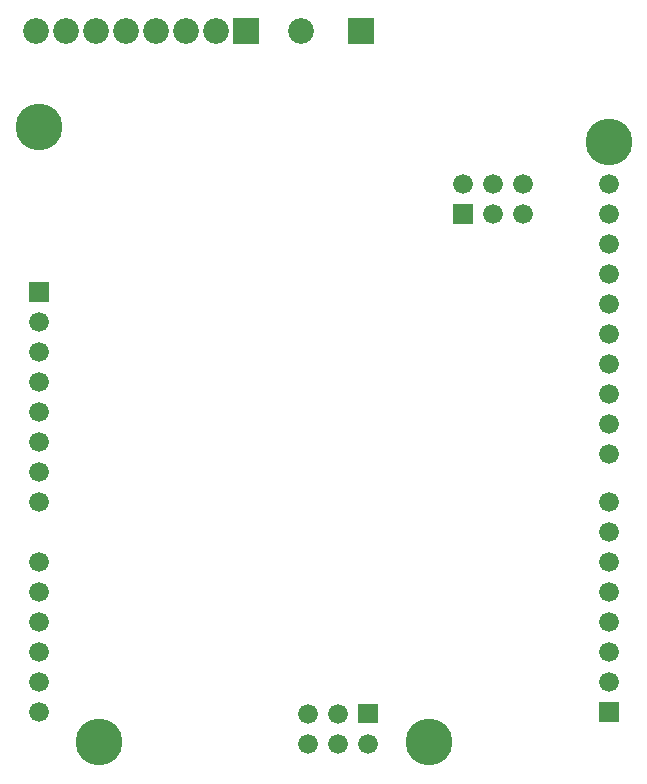
<source format=gbr>
G04 start of page 7 for group -4062 idx -4062 *
G04 Title: (unknown), soldermask *
G04 Creator: pcb 20140316 *
G04 CreationDate: Thu 11 Jun 2015 05:52:48 PM GMT UTC *
G04 For: ndholmes *
G04 Format: Gerber/RS-274X *
G04 PCB-Dimensions (mil): 2100.00 2700.00 *
G04 PCB-Coordinate-Origin: lower left *
%MOIN*%
%FSLAX25Y25*%
%LNBOTTOMMASK*%
%ADD61C,0.0860*%
%ADD60C,0.1560*%
%ADD59C,0.0660*%
%ADD58C,0.0001*%
G54D58*G36*
X196700Y23300D02*Y16700D01*
X203300D01*
Y23300D01*
X196700D01*
G37*
G54D59*X200000Y30000D03*
Y40000D03*
Y50000D03*
Y60000D03*
Y70000D03*
G54D60*X140000Y10000D03*
G54D59*X119803Y9449D03*
X109803D03*
X99803D03*
G54D58*G36*
X116503Y22749D02*Y16149D01*
X123103D01*
Y22749D01*
X116503D01*
G37*
G54D59*X109803Y19449D03*
X99803D03*
X10000Y130000D03*
Y120000D03*
Y110000D03*
Y100000D03*
Y90000D03*
Y70000D03*
Y60000D03*
Y50000D03*
Y40000D03*
Y30000D03*
Y20000D03*
G54D60*X30000Y10000D03*
G54D59*X200000Y80000D03*
Y90000D03*
Y106000D03*
Y116000D03*
Y126000D03*
Y136000D03*
Y146000D03*
Y156000D03*
Y166000D03*
Y176000D03*
Y186000D03*
Y196000D03*
G54D60*Y210000D03*
G54D58*G36*
X148200Y189300D02*Y182700D01*
X154800D01*
Y189300D01*
X148200D01*
G37*
G54D59*X161500Y186000D03*
X171500D03*
X151500Y196000D03*
X161500D03*
X171500D03*
G54D58*G36*
X6700Y163300D02*Y156700D01*
X13300D01*
Y163300D01*
X6700D01*
G37*
G54D59*X10000Y150000D03*
Y140000D03*
G54D60*Y215000D03*
G54D61*X29000Y247000D03*
X19000D03*
X9000D03*
X69000D03*
X59000D03*
X49000D03*
X39000D03*
G54D58*G36*
X74700Y251300D02*Y242700D01*
X83300D01*
Y251300D01*
X74700D01*
G37*
G36*
X113200D02*Y242700D01*
X121800D01*
Y251300D01*
X113200D01*
G37*
G54D61*X97500Y247000D03*
M02*

</source>
